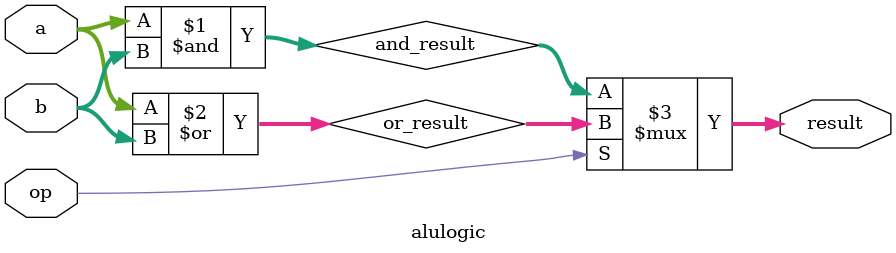
<source format=v>
`timescale 1ns / 1ps
module alulogic (
    input           [31:0]  a,
    input           [31:0]  b,
    input                   op,         // 0 = AND, 1 = OR
    output          [31:0]  result
);

    wire [31:0] and_result;
    wire [31:0] or_result;

    assign #1 and_result = a & b;
    assign #1 or_result  = a | b;

    // Mux to select between AND and OR based on op
    assign #1 result = op ? or_result : and_result;

endmodule
</source>
